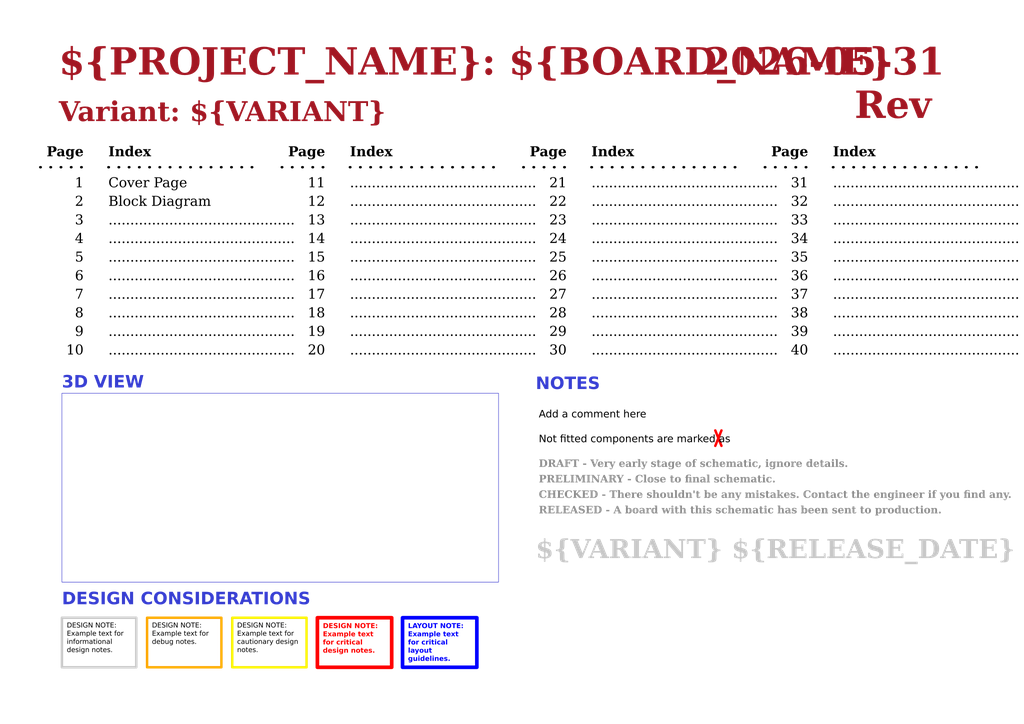
<source format=kicad_sch>
(kicad_sch
	(version 20231120)
	(generator "eeschema")
	(generator_version "8.0")
	(uuid "1d6a47c3-f518-4c19-8d32-3b9722498cab")
	(paper "A3")
	(lib_symbols)
	(polyline
		(pts
			(xy 214.63 68.58) (xy 232.41 68.58)
		)
		(stroke
			(width 1)
			(type dot)
			(color 0 0 0 1)
		)
		(uuid "024689d9-b8ca-41ae-b55d-6ff207f6e101")
	)
	(polyline
		(pts
			(xy 295.91 176.53) (xy 293.37 182.88)
		)
		(stroke
			(width 1)
			(type default)
			(color 255 0 0 1)
		)
		(uuid "4ae2cac4-7676-4a8d-91c4-c6c6f4585019")
	)
	(polyline
		(pts
			(xy 44.45 68.58) (xy 105.41 68.58)
		)
		(stroke
			(width 1)
			(type dot)
			(color 0 0 0 1)
		)
		(uuid "594379bc-c052-4d2e-996b-8b5c1a0857fd")
	)
	(polyline
		(pts
			(xy 341.63 68.58) (xy 402.59 68.58)
		)
		(stroke
			(width 1)
			(type dot)
			(color 0 0 0 1)
		)
		(uuid "8ca04e4f-914f-46ae-b7bb-c241f34f0be3")
	)
	(polyline
		(pts
			(xy 242.57 68.58) (xy 303.53 68.58)
		)
		(stroke
			(width 1)
			(type dot)
			(color 0 0 0 1)
		)
		(uuid "90aedf20-3619-4eea-9142-e5201cfa9329")
	)
	(polyline
		(pts
			(xy 115.57 68.58) (xy 133.35 68.58)
		)
		(stroke
			(width 1)
			(type dot)
			(color 0 0 0 1)
		)
		(uuid "aa27a991-1dd0-4ddb-a292-69ddc074d2fe")
	)
	(polyline
		(pts
			(xy 16.51 68.58) (xy 34.29 68.58)
		)
		(stroke
			(width 1)
			(type dot)
			(color 0 0 0 1)
		)
		(uuid "aefa0f5d-e237-48a6-8d0d-7925958d23a4")
	)
	(polyline
		(pts
			(xy 293.37 176.53) (xy 295.91 182.88)
		)
		(stroke
			(width 1)
			(type default)
			(color 255 0 0 1)
		)
		(uuid "b16ef1e7-4b58-4125-810d-81e7071984f8")
	)
	(polyline
		(pts
			(xy 143.51 68.58) (xy 204.47 68.58)
		)
		(stroke
			(width 1)
			(type dot)
			(color 0 0 0 1)
		)
		(uuid "d03f8f3f-5543-483d-a054-040e77e06c0e")
	)
	(polyline
		(pts
			(xy 313.69 68.58) (xy 331.47 68.58)
		)
		(stroke
			(width 1)
			(type dot)
			(color 0 0 0 1)
		)
		(uuid "f1ab5a98-3d21-4c83-b2d8-cfe1793d64cb")
	)
	(text_box ""
		(exclude_from_sim no)
		(at 25.4 161.29 0)
		(size 179.07 77.47)
		(stroke
			(width 0)
			(type default)
		)
		(fill
			(type none)
		)
		(effects
			(font
				(size 2.54 2.54)
				(thickness 0.508)
				(bold yes)
			)
		)
		(uuid "2d015f2a-bc39-4866-bbd9-40b03d497a26")
	)
	(text_box "Metadata can be set in File → Schematic Setup → Project → Text Variables"
		(exclude_from_sim no)
		(at 10.16 300.99 0)
		(size 119.38 6.35)
		(stroke
			(width -0.0001)
			(type default)
		)
		(fill
			(type none)
		)
		(effects
			(font
				(size 2.54 2.54)
				(thickness 0.381)
				(bold yes)
				(color 0 0 0 1)
			)
			(justify right top)
		)
		(uuid "4d4fc8f9-28d9-4b33-b78d-b00f0a2b33ca")
	)
	(text_box "DESIGN NOTE:\nExample text for informational design notes."
		(exclude_from_sim no)
		(at 25.4 253.365 0)
		(size 30.48 20.32)
		(stroke
			(width 1)
			(type solid)
			(color 200 200 200 1)
		)
		(fill
			(type none)
		)
		(effects
			(font
				(face "Arial")
				(size 2 2)
				(color 0 0 0 1)
			)
			(justify left top)
		)
		(uuid "60b6a08c-a542-468e-b79f-aa4a2aa0e9e7")
	)
	(text_box "LAYOUT NOTE:\nExample text for critical layout guidelines."
		(exclude_from_sim no)
		(at 165.1 253.365 0)
		(size 30.48 20.32)
		(stroke
			(width 1.5)
			(type solid)
			(color 0 0 255 1)
		)
		(fill
			(type none)
		)
		(effects
			(font
				(face "Arial")
				(size 2 2)
				(thickness 0.4)
				(bold yes)
				(color 0 0 255 1)
			)
			(justify left top)
		)
		(uuid "b2648603-9b19-4c01-9621-49d92c5b8a6e")
	)
	(text_box "DESIGN NOTE:\nExample text for cautionary design notes."
		(exclude_from_sim no)
		(at 95.25 253.365 0)
		(size 30.48 20.32)
		(stroke
			(width 1)
			(type solid)
			(color 250 236 0 1)
		)
		(fill
			(type none)
		)
		(effects
			(font
				(face "Arial")
				(size 2 2)
				(color 0 0 0 1)
			)
			(justify left top)
		)
		(uuid "c7ec7f64-f5b0-4d3e-9743-7d40c3e23ecf")
	)
	(text_box "DESIGN NOTE:\nExample text for debug notes."
		(exclude_from_sim no)
		(at 60.325 253.365 0)
		(size 30.48 20.32)
		(stroke
			(width 1)
			(type solid)
			(color 255 165 0 1)
		)
		(fill
			(type none)
		)
		(effects
			(font
				(face "Arial")
				(size 2 2)
				(color 0 0 0 1)
			)
			(justify left top)
		)
		(uuid "c8bf2561-6ede-45f0-9b2e-12af2dfee13b")
	)
	(text_box "DESIGN NOTE:\nExample text for critical design notes."
		(exclude_from_sim no)
		(at 130.175 253.365 0)
		(size 30.48 20.32)
		(stroke
			(width 1.5)
			(type solid)
			(color 255 0 0 1)
		)
		(fill
			(type none)
		)
		(effects
			(font
				(face "Arial")
				(size 2 2)
				(thickness 0.4)
				(bold yes)
				(color 255 0 0 1)
			)
			(justify left top)
		)
		(uuid "d03e1008-e371-461f-a9f2-320d8a2b7341")
	)
	(text "9"
		(exclude_from_sim no)
		(at 34.29 139.7 0)
		(effects
			(font
				(face "Times New Roman")
				(size 4 4)
				(color 0 0 0 1)
			)
			(justify right bottom)
			(href "#9")
		)
		(uuid "0171ecc8-df6f-418e-95ea-db73cf975716")
	)
	(text "..........................................."
		(exclude_from_sim no)
		(at 242.57 93.98 0)
		(effects
			(font
				(face "Times New Roman")
				(size 4 4)
				(color 0 0 0 1)
			)
			(justify left bottom)
			(href "#23")
		)
		(uuid "0647f622-b644-4538-802a-42edf8cdccc5")
	)
	(text "13"
		(exclude_from_sim no)
		(at 133.35 93.98 0)
		(effects
			(font
				(face "Times New Roman")
				(size 4 4)
				(color 0 0 0 1)
			)
			(justify right bottom)
			(href "#13")
		)
		(uuid "09a9f005-609a-4854-9ba5-f5a5e7b8d7c7")
	)
	(text "RELEASED - A board with this schematic has been sent to production."
		(exclude_from_sim no)
		(at 220.98 212.09 0)
		(effects
			(font
				(face "Times New Roman")
				(size 3 3)
				(thickness 0.6)
				(bold yes)
				(color 140 140 140 1)
			)
			(justify left bottom)
		)
		(uuid "10cbc67f-d688-44d7-9e2b-bee41b99ad5c")
	)
	(text "Page"
		(exclude_from_sim no)
		(at 331.47 66.04 0)
		(effects
			(font
				(face "Times New Roman")
				(size 4 4)
				(bold yes)
				(color 0 0 0 1)
			)
			(justify right bottom)
		)
		(uuid "1b60c0cc-bf04-4615-8796-1ecc890b346a")
	)
	(text "3D VIEW"
		(exclude_from_sim no)
		(at 25.4 161.29 0)
		(effects
			(font
				(face "Arial")
				(size 5 5)
				(bold yes)
				(color 53 60 207 1)
			)
			(justify left bottom)
		)
		(uuid "1c033b5c-f50d-4e0f-94c4-59e72fb244de")
	)
	(text "3"
		(exclude_from_sim no)
		(at 34.29 93.98 0)
		(effects
			(font
				(face "Times New Roman")
				(size 4 4)
				(color 0 0 0 1)
			)
			(justify right bottom)
			(href "#3")
		)
		(uuid "1dd16a1b-b3b8-42a1-b678-3a7b261e7284")
	)
	(text "38"
		(exclude_from_sim no)
		(at 331.47 132.08 0)
		(effects
			(font
				(face "Times New Roman")
				(size 4 4)
				(color 0 0 0 1)
			)
			(justify right bottom)
			(href "#38")
		)
		(uuid "2d20025d-61e4-451d-b51e-153fedc44d68")
	)
	(text "..........................................."
		(exclude_from_sim no)
		(at 44.45 147.32 0)
		(effects
			(font
				(face "Times New Roman")
				(size 4 4)
				(color 0 0 0 1)
			)
			(justify left bottom)
			(href "#10")
		)
		(uuid "2df49b6e-980f-4a01-ab23-c61ed27bd1b8")
	)
	(text "..........................................."
		(exclude_from_sim no)
		(at 44.45 139.7 0)
		(effects
			(font
				(face "Times New Roman")
				(size 4 4)
				(color 0 0 0 1)
			)
			(justify left bottom)
			(href "#9")
		)
		(uuid "319dfe95-cf7d-4b95-aa65-2f948d7bd6bc")
	)
	(text "..........................................."
		(exclude_from_sim no)
		(at 44.45 132.08 0)
		(effects
			(font
				(face "Times New Roman")
				(size 4 4)
				(color 0 0 0 1)
			)
			(justify left bottom)
			(href "#8")
		)
		(uuid "339f13bd-0896-43a1-925e-733e36e395bd")
	)
	(text "..........................................."
		(exclude_from_sim no)
		(at 143.51 116.84 0)
		(effects
			(font
				(face "Times New Roman")
				(size 4 4)
				(color 0 0 0 1)
			)
			(justify left bottom)
			(href "#16")
		)
		(uuid "34c28277-d6a5-4104-8740-b78485a8ff4c")
	)
	(text "1"
		(exclude_from_sim no)
		(at 34.29 78.74 0)
		(effects
			(font
				(face "Times New Roman")
				(size 4 4)
				(color 0 0 0 1)
			)
			(justify right bottom)
			(href "#1")
		)
		(uuid "3691ab49-6c05-4886-869a-12221f52fdee")
	)
	(text "Not fitted components are marked as"
		(exclude_from_sim no)
		(at 220.98 182.88 0)
		(effects
			(font
				(face "Arial")
				(size 3 3)
				(color 0 0 0 1)
			)
			(justify left bottom)
		)
		(uuid "3e121d9b-11e9-4895-9779-ade93d5b2a88")
	)
	(text "..........................................."
		(exclude_from_sim no)
		(at 242.57 147.32 0)
		(effects
			(font
				(face "Times New Roman")
				(size 4 4)
				(color 0 0 0 1)
			)
			(justify left bottom)
			(href "#30")
		)
		(uuid "41bb0f90-1135-4d50-9d44-9fb04444ecf6")
	)
	(text "Index"
		(exclude_from_sim no)
		(at 44.45 66.04 0)
		(effects
			(font
				(face "Times New Roman")
				(size 4 4)
				(bold yes)
				(color 0 0 0 1)
			)
			(justify left bottom)
		)
		(uuid "44841f0e-187c-41b9-a570-9f74973319c9")
	)
	(text "..........................................."
		(exclude_from_sim no)
		(at 143.51 93.98 0)
		(effects
			(font
				(face "Times New Roman")
				(size 4 4)
				(color 0 0 0 1)
			)
			(justify left bottom)
			(href "#13")
		)
		(uuid "461ef4aa-5f24-4935-a427-92bbc78a05f3")
	)
	(text "Index"
		(exclude_from_sim no)
		(at 143.51 66.04 0)
		(effects
			(font
				(face "Times New Roman")
				(size 4 4)
				(bold yes)
				(color 0 0 0 1)
			)
			(justify left bottom)
		)
		(uuid "4773b195-e777-483d-bd5a-5b18be14b485")
	)
	(text "27"
		(exclude_from_sim no)
		(at 232.41 124.46 0)
		(effects
			(font
				(face "Times New Roman")
				(size 4 4)
				(color 0 0 0 1)
			)
			(justify right bottom)
			(href "#27")
		)
		(uuid "47e5ef3a-a936-4417-8e04-a70df1a04676")
	)
	(text "15"
		(exclude_from_sim no)
		(at 133.35 109.22 0)
		(effects
			(font
				(face "Times New Roman")
				(size 4 4)
				(color 0 0 0 1)
			)
			(justify right bottom)
			(href "#15")
		)
		(uuid "48cae9b2-9935-4ee2-a962-685c04325434")
	)
	(text "6"
		(exclude_from_sim no)
		(at 34.29 116.84 0)
		(effects
			(font
				(face "Times New Roman")
				(size 4 4)
				(color 0 0 0 1)
			)
			(justify right bottom)
			(href "#6")
		)
		(uuid "4aa9b67c-c657-48d1-abb0-497faf20008a")
	)
	(text "PRELIMINARY - Close to final schematic."
		(exclude_from_sim no)
		(at 220.98 199.39 0)
		(effects
			(font
				(face "Times New Roman")
				(size 3 3)
				(thickness 0.6)
				(bold yes)
				(color 140 140 140 1)
			)
			(justify left bottom)
		)
		(uuid "4b75d6be-e2b4-4862-a5fd-f3239bff6734")
	)
	(text "24"
		(exclude_from_sim no)
		(at 232.41 101.6 0)
		(effects
			(font
				(face "Times New Roman")
				(size 4 4)
				(color 0 0 0 1)
			)
			(justify right bottom)
			(href "#24")
		)
		(uuid "4d10b8f7-ee9d-4539-987e-2871a213b2d6")
	)
	(text "${VARIANT} ${RELEASE_DATE}"
		(exclude_from_sim no)
		(at 219.71 232.41 0)
		(effects
			(font
				(face "Times New Roman")
				(size 7.62 7.62)
				(thickness 0.6)
				(bold yes)
				(color 200 200 200 1)
			)
			(justify left bottom)
		)
		(uuid "4f144e11-d681-45f3-b92d-dea6c28023e4")
	)
	(text "Page"
		(exclude_from_sim no)
		(at 34.29 66.04 0)
		(effects
			(font
				(face "Times New Roman")
				(size 4 4)
				(bold yes)
				(color 0 0 0 1)
			)
			(justify right bottom)
		)
		(uuid "5216de6a-28ab-4e49-a422-9fd32d8fed67")
	)
	(text "..........................................."
		(exclude_from_sim no)
		(at 44.45 101.6 0)
		(effects
			(font
				(face "Times New Roman")
				(size 4 4)
				(color 0 0 0 1)
			)
			(justify left bottom)
			(href "#4")
		)
		(uuid "547bb3ec-bec4-4b68-a38e-2ac56be29bd3")
	)
	(text "..........................................."
		(exclude_from_sim no)
		(at 242.57 124.46 0)
		(effects
			(font
				(face "Times New Roman")
				(size 4 4)
				(color 0 0 0 1)
			)
			(justify left bottom)
			(href "#27")
		)
		(uuid "598c6218-39d7-40a8-878a-842531c6a754")
	)
	(text "8"
		(exclude_from_sim no)
		(at 34.29 132.08 0)
		(effects
			(font
				(face "Times New Roman")
				(size 4 4)
				(color 0 0 0 1)
			)
			(justify right bottom)
			(href "#8")
		)
		(uuid "5dd35c87-2aeb-4c16-ab79-fbda71c4347a")
	)
	(text "14"
		(exclude_from_sim no)
		(at 133.35 101.6 0)
		(effects
			(font
				(face "Times New Roman")
				(size 4 4)
				(color 0 0 0 1)
			)
			(justify right bottom)
			(href "#14")
		)
		(uuid "5e529423-56be-4ad0-9794-38b960fa0634")
	)
	(text "..........................................."
		(exclude_from_sim no)
		(at 341.63 132.08 0)
		(effects
			(font
				(face "Times New Roman")
				(size 4 4)
				(color 0 0 0 1)
			)
			(justify left bottom)
			(href "#38")
		)
		(uuid "5ec61f31-3c66-4623-97e5-d26d3b9bb1be")
	)
	(text "..........................................."
		(exclude_from_sim no)
		(at 341.63 147.32 0)
		(effects
			(font
				(face "Times New Roman")
				(size 4 4)
				(color 0 0 0 1)
			)
			(justify left bottom)
			(href "#40")
		)
		(uuid "65f25bf1-cc7d-4807-9afa-0a0ac612f9b3")
	)
	(text "23"
		(exclude_from_sim no)
		(at 232.41 93.98 0)
		(effects
			(font
				(face "Times New Roman")
				(size 4 4)
				(color 0 0 0 1)
			)
			(justify right bottom)
			(href "#23")
		)
		(uuid "68aaa364-f788-45fb-b731-7b1eda7a6c6c")
	)
	(text "Index"
		(exclude_from_sim no)
		(at 242.57 66.04 0)
		(effects
			(font
				(face "Times New Roman")
				(size 4 4)
				(bold yes)
				(color 0 0 0 1)
			)
			(justify left bottom)
		)
		(uuid "6eee427d-5608-4f64-99d8-6d8e4391a6b0")
	)
	(text "..........................................."
		(exclude_from_sim no)
		(at 341.63 86.36 0)
		(effects
			(font
				(face "Times New Roman")
				(size 4 4)
				(color 0 0 0 1)
			)
			(justify left bottom)
			(href "#32")
		)
		(uuid "71058a62-023a-4e0a-b0c4-c0fb8bf95cc8")
	)
	(text "5"
		(exclude_from_sim no)
		(at 34.29 109.22 0)
		(effects
			(font
				(face "Times New Roman")
				(size 4 4)
				(color 0 0 0 1)
			)
			(justify right bottom)
			(href "#5")
		)
		(uuid "718e4830-a352-43f0-b9c5-1495032b5970")
	)
	(text "${CURRENT_DATE}"
		(exclude_from_sim no)
		(at 387.35 35.56 0)
		(effects
			(font
				(face "Times New Roman")
				(size 11 11)
				(thickness 1)
				(bold yes)
				(color 162 22 34 1)
			)
			(justify right bottom)
		)
		(uuid "752b8016-2b6c-433a-9e5a-755eac1f800d")
	)
	(text "26"
		(exclude_from_sim no)
		(at 232.41 116.84 0)
		(effects
			(font
				(face "Times New Roman")
				(size 4 4)
				(color 0 0 0 1)
			)
			(justify right bottom)
			(href "#26")
		)
		(uuid "78da4ba2-8c96-4e51-9a03-b14367dceea0")
	)
	(text "16"
		(exclude_from_sim no)
		(at 133.35 116.84 0)
		(effects
			(font
				(face "Times New Roman")
				(size 4 4)
				(color 0 0 0 1)
			)
			(justify right bottom)
			(href "#16")
		)
		(uuid "7a577aea-9c53-4431-8f38-6cd521e907d0")
	)
	(text "10"
		(exclude_from_sim no)
		(at 34.29 147.32 0)
		(effects
			(font
				(face "Times New Roman")
				(size 4 4)
				(color 0 0 0 1)
			)
			(justify right bottom)
			(href "#10")
		)
		(uuid "7caa34f0-df91-4ed4-bb8e-ff81315f8c93")
	)
	(text "35"
		(exclude_from_sim no)
		(at 331.47 109.22 0)
		(effects
			(font
				(face "Times New Roman")
				(size 4 4)
				(color 0 0 0 1)
			)
			(justify right bottom)
			(href "#35")
		)
		(uuid "7d4a16f6-fc91-424a-bffd-707dc25afa40")
	)
	(text "18"
		(exclude_from_sim no)
		(at 133.35 132.08 0)
		(effects
			(font
				(face "Times New Roman")
				(size 4 4)
				(color 0 0 0 1)
			)
			(justify right bottom)
			(href "#18")
		)
		(uuid "7d4de17d-b484-45d2-95af-1050fc297950")
	)
	(text "33"
		(exclude_from_sim no)
		(at 331.47 93.98 0)
		(effects
			(font
				(face "Times New Roman")
				(size 4 4)
				(color 0 0 0 1)
			)
			(justify right bottom)
			(href "#33")
		)
		(uuid "7fd97343-03c5-4f22-a59e-bc2d9fd9af23")
	)
	(text "Variant: ${VARIANT}"
		(exclude_from_sim no)
		(at 24.13 53.34 0)
		(effects
			(font
				(face "Times New Roman")
				(size 8 8)
				(thickness 1)
				(bold yes)
				(color 162 22 34 1)
			)
			(justify left bottom)
		)
		(uuid "832c6231-94ea-4718-8f70-96006b71efdf")
	)
	(text "4"
		(exclude_from_sim no)
		(at 34.29 101.6 0)
		(effects
			(font
				(face "Times New Roman")
				(size 4 4)
				(color 0 0 0 1)
			)
			(justify right bottom)
			(href "#4")
		)
		(uuid "8d802a1e-8c90-4592-9cec-00ce1173b8bd")
	)
	(text "11"
		(exclude_from_sim no)
		(at 133.35 78.74 0)
		(effects
			(font
				(face "Times New Roman")
				(size 4 4)
				(color 0 0 0 1)
			)
			(justify right bottom)
			(href "#11")
		)
		(uuid "8d827c06-285c-46bc-8024-d46f4098d9e5")
	)
	(text "Rev ${REVISION}"
		(exclude_from_sim no)
		(at 387.35 53.34 0)
		(effects
			(font
				(face "Times New Roman")
				(size 11 11)
				(thickness 1)
				(bold yes)
				(color 162 22 34 1)
			)
			(justify right bottom)
		)
		(uuid "9008c96f-82fa-4b3f-88a3-9ae35f59090b")
	)
	(text "..........................................."
		(exclude_from_sim no)
		(at 242.57 101.6 0)
		(effects
			(font
				(face "Times New Roman")
				(size 4 4)
				(color 0 0 0 1)
			)
			(justify left bottom)
			(href "#24")
		)
		(uuid "91ef4a1a-faaf-4d16-b090-6e6451092c3a")
	)
	(text "28"
		(exclude_from_sim no)
		(at 232.41 132.08 0)
		(effects
			(font
				(face "Times New Roman")
				(size 4 4)
				(color 0 0 0 1)
			)
			(justify right bottom)
			(href "#28")
		)
		(uuid "9310b062-10e2-49af-a22c-1c9854a7f3f0")
	)
	(text "..........................................."
		(exclude_from_sim no)
		(at 242.57 139.7 0)
		(effects
			(font
				(face "Times New Roman")
				(size 4 4)
				(color 0 0 0 1)
			)
			(justify left bottom)
			(href "#29")
		)
		(uuid "93713c73-3aba-4b0b-9f3c-b37ab3721f94")
	)
	(text "..........................................."
		(exclude_from_sim no)
		(at 242.57 86.36 0)
		(effects
			(font
				(face "Times New Roman")
				(size 4 4)
				(color 0 0 0 1)
			)
			(justify left bottom)
			(href "#22")
		)
		(uuid "93b242cb-0b6a-48cc-a920-659ba5a2d4b9")
	)
	(text "..........................................."
		(exclude_from_sim no)
		(at 341.63 139.7 0)
		(effects
			(font
				(face "Times New Roman")
				(size 4 4)
				(color 0 0 0 1)
			)
			(justify left bottom)
			(href "#39")
		)
		(uuid "9413d17b-fd74-4a56-8014-ec2904184d8a")
	)
	(text "..........................................."
		(exclude_from_sim no)
		(at 44.45 109.22 0)
		(effects
			(font
				(face "Times New Roman")
				(size 4 4)
				(color 0 0 0 1)
			)
			(justify left bottom)
			(href "#5")
		)
		(uuid "9413d28a-c2b4-4d73-ae2d-68b4717d1b67")
	)
	(text "Page"
		(exclude_from_sim no)
		(at 232.41 66.04 0)
		(effects
			(font
				(face "Times New Roman")
				(size 4 4)
				(bold yes)
				(color 0 0 0 1)
			)
			(justify right bottom)
		)
		(uuid "959ea2a5-595d-4c64-a44e-f0c1c6497852")
	)
	(text "..........................................."
		(exclude_from_sim no)
		(at 143.51 139.7 0)
		(effects
			(font
				(face "Times New Roman")
				(size 4 4)
				(color 0 0 0 1)
			)
			(justify left bottom)
			(href "#19")
		)
		(uuid "9d747571-2a3a-41dd-b7ab-0c07afaa5df1")
	)
	(text "..........................................."
		(exclude_from_sim no)
		(at 143.51 78.74 0)
		(effects
			(font
				(face "Times New Roman")
				(size 4 4)
				(color 0 0 0 1)
			)
			(justify left bottom)
			(href "#11")
		)
		(uuid "9e3e9ac8-468f-4f09-9650-682992859fd0")
	)
	(text "..........................................."
		(exclude_from_sim no)
		(at 143.51 124.46 0)
		(effects
			(font
				(face "Times New Roman")
				(size 4 4)
				(color 0 0 0 1)
			)
			(justify left bottom)
			(href "#17")
		)
		(uuid "a2bb1bed-8e4e-4038-8b4e-99f9457f4c30")
	)
	(text "31"
		(exclude_from_sim no)
		(at 331.47 78.74 0)
		(effects
			(font
				(face "Times New Roman")
				(size 4 4)
				(color 0 0 0 1)
			)
			(justify right bottom)
			(href "#31")
		)
		(uuid "a8eb70a2-f43e-480c-afdf-7e91507527a7")
	)
	(text "36"
		(exclude_from_sim no)
		(at 331.47 116.84 0)
		(effects
			(font
				(face "Times New Roman")
				(size 4 4)
				(color 0 0 0 1)
			)
			(justify right bottom)
			(href "#36")
		)
		(uuid "a95a57c3-0ec4-4b96-8edf-d46ee18a4a8e")
	)
	(text "..........................................."
		(exclude_from_sim no)
		(at 242.57 132.08 0)
		(effects
			(font
				(face "Times New Roman")
				(size 4 4)
				(color 0 0 0 1)
			)
			(justify left bottom)
			(href "#28")
		)
		(uuid "ad40278e-f3e6-4c25-8fa4-1f4e3918f822")
	)
	(text "22"
		(exclude_from_sim no)
		(at 232.41 86.36 0)
		(effects
			(font
				(face "Times New Roman")
				(size 4 4)
				(color 0 0 0 1)
			)
			(justify right bottom)
			(href "#22")
		)
		(uuid "ada746a9-1ac8-4ba5-b1f0-e040d6c0fa14")
	)
	(text "..........................................."
		(exclude_from_sim no)
		(at 143.51 109.22 0)
		(effects
			(font
				(face "Times New Roman")
				(size 4 4)
				(color 0 0 0 1)
			)
			(justify left bottom)
			(href "#15")
		)
		(uuid "ae6c0242-f9a8-4717-86dd-2d27e5dc9018")
	)
	(text "..........................................."
		(exclude_from_sim no)
		(at 341.63 78.74 0)
		(effects
			(font
				(face "Times New Roman")
				(size 4 4)
				(color 0 0 0 1)
			)
			(justify left bottom)
			(href "#31")
		)
		(uuid "b39085c9-1ebe-4dab-a6c1-54ab08707fbf")
	)
	(text "25"
		(exclude_from_sim no)
		(at 232.41 109.22 0)
		(effects
			(font
				(face "Times New Roman")
				(size 4 4)
				(color 0 0 0 1)
			)
			(justify right bottom)
			(href "#25")
		)
		(uuid "b3f10ccd-dd30-4e1a-9a39-191e590211cc")
	)
	(text "${PROJECT_NAME}: ${BOARD_NAME}"
		(exclude_from_sim no)
		(at 24.13 35.56 0)
		(effects
			(font
				(face "Times New Roman")
				(size 11 11)
				(thickness 1)
				(bold yes)
				(color 162 22 34 1)
			)
			(justify left bottom)
		)
		(uuid "b5491481-138f-4748-8f60-dc51e3284b98")
	)
	(text "..........................................."
		(exclude_from_sim no)
		(at 242.57 116.84 0)
		(effects
			(font
				(face "Times New Roman")
				(size 4 4)
				(color 0 0 0 1)
			)
			(justify left bottom)
			(href "#26")
		)
		(uuid "b55022f1-bde3-45d1-ab63-474a18aef763")
	)
	(text "..........................................."
		(exclude_from_sim no)
		(at 341.63 101.6 0)
		(effects
			(font
				(face "Times New Roman")
				(size 4 4)
				(color 0 0 0 1)
			)
			(justify left bottom)
			(href "#34")
		)
		(uuid "b5c8bc07-6a7e-4ec3-955b-9e6a13622c4e")
	)
	(text "37"
		(exclude_from_sim no)
		(at 331.47 124.46 0)
		(effects
			(font
				(face "Times New Roman")
				(size 4 4)
				(color 0 0 0 1)
			)
			(justify right bottom)
			(href "#37")
		)
		(uuid "baff535e-40df-4979-8ad1-9d6e8282e1a0")
	)
	(text "Page"
		(exclude_from_sim no)
		(at 133.35 66.04 0)
		(effects
			(font
				(face "Times New Roman")
				(size 4 4)
				(bold yes)
				(color 0 0 0 1)
			)
			(justify right bottom)
		)
		(uuid "beb5ee3d-ad62-4c0c-ab18-390f8e3c78c4")
	)
	(text "DRAFT - Very early stage of schematic, ignore details."
		(exclude_from_sim no)
		(at 220.98 193.04 0)
		(effects
			(font
				(face "Times New Roman")
				(size 3 3)
				(thickness 0.6)
				(bold yes)
				(color 140 140 140 1)
			)
			(justify left bottom)
		)
		(uuid "c1828499-d221-4dc2-9c7b-c9d850654d5e")
	)
	(text "..........................................."
		(exclude_from_sim no)
		(at 143.51 101.6 0)
		(effects
			(font
				(face "Times New Roman")
				(size 4 4)
				(color 0 0 0 1)
			)
			(justify left bottom)
			(href "#14")
		)
		(uuid "c492727f-a5a2-4efb-9f13-b55fb4c5125a")
	)
	(text "Index"
		(exclude_from_sim no)
		(at 341.63 66.04 0)
		(effects
			(font
				(face "Times New Roman")
				(size 4 4)
				(bold yes)
				(color 0 0 0 1)
			)
			(justify left bottom)
		)
		(uuid "c52bc9e5-2c42-41e6-ae08-fabef868928a")
	)
	(text "..........................................."
		(exclude_from_sim no)
		(at 44.45 116.84 0)
		(effects
			(font
				(face "Times New Roman")
				(size 4 4)
				(color 0 0 0 1)
			)
			(justify left bottom)
		)
		(uuid "c787ff5d-5d58-4a12-8967-dc99673505b9")
	)
	(text "..........................................."
		(exclude_from_sim no)
		(at 341.63 116.84 0)
		(effects
			(font
				(face "Times New Roman")
				(size 4 4)
				(color 0 0 0 1)
			)
			(justify left bottom)
			(href "#36")
		)
		(uuid "c8a13f8e-6347-4971-97e9-3bbacc8fb0b5")
	)
	(text "..........................................."
		(exclude_from_sim no)
		(at 341.63 109.22 0)
		(effects
			(font
				(face "Times New Roman")
				(size 4 4)
				(color 0 0 0 1)
			)
			(justify left bottom)
			(href "#35")
		)
		(uuid "c932f64b-e011-46ca-8efc-bb2f186e8b13")
	)
	(text "Block Diagram"
		(exclude_from_sim no)
		(at 44.45 86.36 0)
		(effects
			(font
				(face "Times New Roman")
				(size 4 4)
				(color 0 0 0 1)
			)
			(justify left bottom)
			(href "#2")
		)
		(uuid "caeb7f52-f34e-4432-b129-9207069a1ad5")
	)
	(text "19"
		(exclude_from_sim no)
		(at 133.35 139.7 0)
		(effects
			(font
				(face "Times New Roman")
				(size 4 4)
				(color 0 0 0 1)
			)
			(justify right bottom)
			(href "#19")
		)
		(uuid "cbf7eaea-8009-4ccd-9079-9d687b9a3603")
	)
	(text "30"
		(exclude_from_sim no)
		(at 232.41 147.32 0)
		(effects
			(font
				(face "Times New Roman")
				(size 4 4)
				(color 0 0 0 1)
			)
			(justify right bottom)
			(href "#30")
		)
		(uuid "cea38a57-40f7-465f-b054-ff626e3218d0")
	)
	(text "7"
		(exclude_from_sim no)
		(at 34.29 124.46 0)
		(effects
			(font
				(face "Times New Roman")
				(size 4 4)
				(color 0 0 0 1)
			)
			(justify right bottom)
			(href "#7")
		)
		(uuid "cf9779c0-4a62-4a6f-9127-07f6919e9e8d")
	)
	(text "..........................................."
		(exclude_from_sim no)
		(at 242.57 109.22 0)
		(effects
			(font
				(face "Times New Roman")
				(size 4 4)
				(color 0 0 0 1)
			)
			(justify left bottom)
			(href "#25")
		)
		(uuid "d06fb69a-43a5-466c-8174-3edde239a7c0")
	)
	(text "12"
		(exclude_from_sim no)
		(at 133.35 86.36 0)
		(effects
			(font
				(face "Times New Roman")
				(size 4 4)
				(color 0 0 0 1)
			)
			(justify right bottom)
			(href "#12")
		)
		(uuid "d450aa41-7115-44ab-9cc7-2fa118545b00")
	)
	(text "21"
		(exclude_from_sim no)
		(at 232.41 78.74 0)
		(effects
			(font
				(face "Times New Roman")
				(size 4 4)
				(color 0 0 0 1)
			)
			(justify right bottom)
			(href "#21")
		)
		(uuid "d7ac5948-93ba-4038-95c3-cb73c27df74a")
	)
	(text "Add a comment here"
		(exclude_from_sim no)
		(at 220.98 172.72 0)
		(effects
			(font
				(face "Arial")
				(size 3 3)
				(color 0 0 0 1)
			)
			(justify left bottom)
		)
		(uuid "d8d8425a-4141-4ddb-8e75-262db2d23ce8")
	)
	(text "2"
		(exclude_from_sim no)
		(at 34.29 86.36 0)
		(effects
			(font
				(face "Times New Roman")
				(size 4 4)
				(color 0 0 0 1)
			)
			(justify right bottom)
			(href "#2")
		)
		(uuid "dca5e168-6a76-4eb2-b335-e6c030ded824")
	)
	(text "39"
		(exclude_from_sim no)
		(at 331.47 139.7 0)
		(effects
			(font
				(face "Times New Roman")
				(size 4 4)
				(color 0 0 0 1)
			)
			(justify right bottom)
			(href "#39")
		)
		(uuid "e216870b-45fe-49b3-8e55-d9668eb9df44")
	)
	(text "..........................................."
		(exclude_from_sim no)
		(at 143.51 132.08 0)
		(effects
			(font
				(face "Times New Roman")
				(size 4 4)
				(color 0 0 0 1)
			)
			(justify left bottom)
			(href "#18")
		)
		(uuid "e518f3ad-92c7-4755-8883-22916bfc7d1f")
	)
	(text "..........................................."
		(exclude_from_sim no)
		(at 341.63 93.98 0)
		(effects
			(font
				(face "Times New Roman")
				(size 4 4)
				(color 0 0 0 1)
			)
			(justify left bottom)
			(href "#33")
		)
		(uuid "e5564811-ffd2-4bd9-9644-ff1dc80ebf87")
	)
	(text "..........................................."
		(exclude_from_sim no)
		(at 143.51 147.32 0)
		(effects
			(font
				(face "Times New Roman")
				(size 4 4)
				(color 0 0 0 1)
			)
			(justify left bottom)
			(href "#20")
		)
		(uuid "e58de9a8-7551-4002-91cc-eb758bb6876c")
	)
	(text "34"
		(exclude_from_sim no)
		(at 331.47 101.6 0)
		(effects
			(font
				(face "Times New Roman")
				(size 4 4)
				(color 0 0 0 1)
			)
			(justify right bottom)
			(href "#34")
		)
		(uuid "e60ef77b-a7db-4a46-901f-5793e4acc58b")
	)
	(text "29"
		(exclude_from_sim no)
		(at 232.41 139.7 0)
		(effects
			(font
				(face "Times New Roman")
				(size 4 4)
				(color 0 0 0 1)
			)
			(justify right bottom)
			(href "#29")
		)
		(uuid "e83f0c3e-ac1d-4432-a8de-ba5a2be8aa4a")
	)
	(text "Cover Page"
		(exclude_from_sim no)
		(at 44.45 78.74 0)
		(effects
			(font
				(face "Times New Roman")
				(size 4 4)
				(color 0 0 0 1)
			)
			(justify left bottom)
			(href "#1")
		)
		(uuid "e9964413-67ff-4f53-b58c-608277db6779")
	)
	(text "NOTES"
		(exclude_from_sim no)
		(at 219.71 161.925 0)
		(effects
			(font
				(face "Arial")
				(size 5 5)
				(bold yes)
				(color 53 60 207 1)
			)
			(justify left bottom)
		)
		(uuid "ecd14d51-7267-460d-9460-6bae137b0c37")
	)
	(text "..........................................."
		(exclude_from_sim no)
		(at 143.51 86.36 0)
		(effects
			(font
				(face "Times New Roman")
				(size 4 4)
				(color 0 0 0 1)
			)
			(justify left bottom)
			(href "#12")
		)
		(uuid "ecd5e3bc-c1c8-4595-a242-64b07df33fd4")
	)
	(text "..........................................."
		(exclude_from_sim no)
		(at 44.45 93.98 0)
		(effects
			(font
				(face "Times New Roman")
				(size 4 4)
				(color 0 0 0 1)
			)
			(justify left bottom)
			(href "#3")
		)
		(uuid "ed9f4e44-7881-47b3-83af-17eb3de0e161")
	)
	(text "CHECKED - There shouldn't be any mistakes. Contact the engineer if you find any."
		(exclude_from_sim no)
		(at 220.98 205.74 0)
		(effects
			(font
				(face "Times New Roman")
				(size 3 3)
				(thickness 0.6)
				(bold yes)
				(color 140 140 140 1)
			)
			(justify left bottom)
		)
		(uuid "ee4bfbd2-ceac-40c9-847b-b15b18b07c08")
	)
	(text "..........................................."
		(exclude_from_sim no)
		(at 242.57 78.74 0)
		(effects
			(font
				(face "Times New Roman")
				(size 4 4)
				(color 0 0 0 1)
			)
			(justify left bottom)
			(href "#21")
		)
		(uuid "f14c049f-0636-49aa-a70f-0262bf1a57bc")
	)
	(text "20"
		(exclude_from_sim no)
		(at 133.35 147.32 0)
		(effects
			(font
				(face "Times New Roman")
				(size 4 4)
				(color 0 0 0 1)
			)
			(justify right bottom)
			(href "#20")
		)
		(uuid "f17fa600-4ea0-4482-a965-d781b27fd052")
	)
	(text "32"
		(exclude_from_sim no)
		(at 331.47 86.36 0)
		(effects
			(font
				(face "Times New Roman")
				(size 4 4)
				(color 0 0 0 1)
			)
			(justify right bottom)
			(href "#32")
		)
		(uuid "f7f416e4-86a9-4d8f-ac0d-80443c165632")
	)
	(text "..........................................."
		(exclude_from_sim no)
		(at 341.63 124.46 0)
		(effects
			(font
				(face "Times New Roman")
				(size 4 4)
				(color 0 0 0 1)
			)
			(justify left bottom)
			(href "#37")
		)
		(uuid "f8fd86d8-ca92-4fd2-9536-487e6832d844")
	)
	(text "DESIGN CONSIDERATIONS"
		(exclude_from_sim no)
		(at 25.4 250.19 0)
		(effects
			(font
				(face "Arial")
				(size 5 5)
				(bold yes)
				(color 53 60 207 1)
			)
			(justify left bottom)
		)
		(uuid "fb09f930-25b6-4039-89ae-42d9d443b49d")
	)
	(text "40"
		(exclude_from_sim no)
		(at 331.47 147.32 0)
		(effects
			(font
				(face "Times New Roman")
				(size 4 4)
				(color 0 0 0 1)
			)
			(justify right bottom)
			(href "#40")
		)
		(uuid "fe1f4464-8466-41a3-95c1-bacdc38614fb")
	)
	(text "..........................................."
		(exclude_from_sim no)
		(at 44.45 124.46 0)
		(effects
			(font
				(face "Times New Roman")
				(size 4 4)
				(color 0 0 0 1)
			)
			(justify left bottom)
		)
		(uuid "ff95cd70-408a-4656-b808-dabd546affbd")
	)
	(text "17"
		(exclude_from_sim no)
		(at 133.35 124.46 0)
		(effects
			(font
				(face "Times New Roman")
				(size 4 4)
				(color 0 0 0 1)
			)
			(justify right bottom)
			(href "#17")
		)
		(uuid "ffcd9e5c-5c93-423a-9ccc-e0af67821852")
	)
	(sheet
		(at 300.99 302.26)
		(size 35.56 5.08)
		(stroke
			(width 0.1524)
			(type solid)
		)
		(fill
			(color 0 0 0 0.0000)
		)
		(uuid "de68a101-7eef-4ba8-abb4-14d03adb087f")
		(property "Sheetname" "Main"
			(at 300.99 301.2309 0)
			(effects
				(font
					(face "Times New Roman")
					(size 1.905 1.905)
					(bold yes)
					(color 0 0 0 1)
				)
				(justify left bottom)
			)
		)
		(property "Sheetfile" "main.kicad_sch"
			(at 302.26 303.53 0)
			(effects
				(font
					(face "Arial")
					(size 1.27 1.27)
				)
				(justify left top)
			)
		)
		(instances
			(project "KDT_Hierarchical"
				(path "/0650c7a8-acba-429c-9f8e-eec0baf0bc1c"
					(page "2")
				)
			)
			(project "clock_face"
				(path "/1d6a47c3-f518-4c19-8d32-3b9722498cab"
					(page "2")
				)
			)
		)
	)
	(sheet_instances
		(path "/"
			(page "1")
		)
	)
)

</source>
